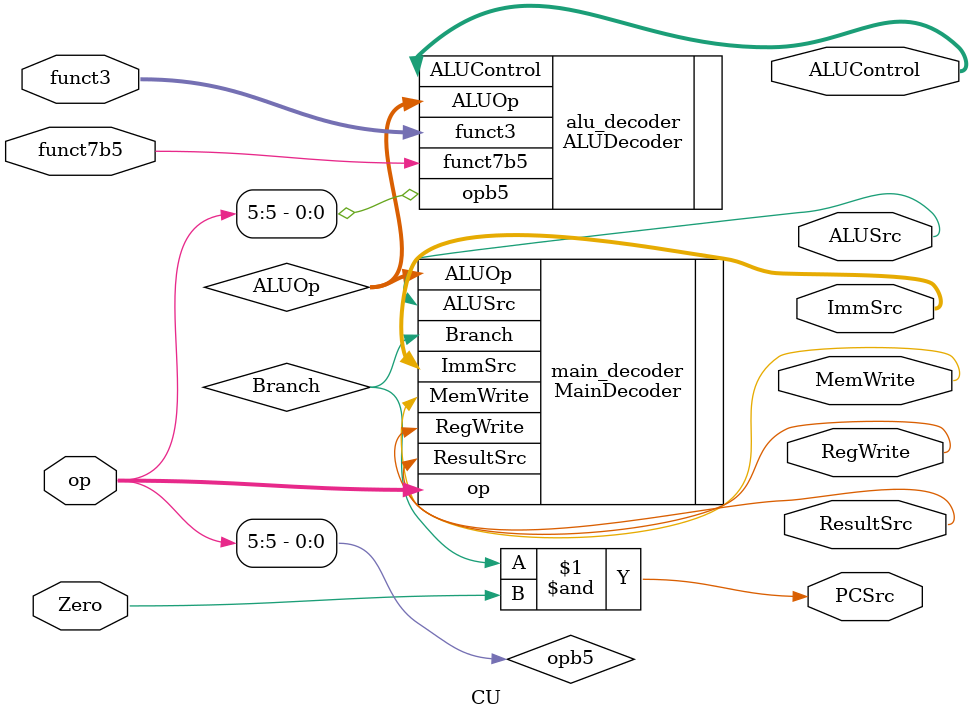
<source format=v>
`include "ALUDecoder.v"
`include "MainDecoder.v"

module CU (
    input  wire       Zero,
    input  wire [6:0] op,
    input  wire [2:0] funct3,
    input  wire       funct7b5,
    output wire       PCSrc,
    output wire       ResultSrc,
    output wire       MemWrite,
    output wire       ALUSrc,
    output wire [1:0] ImmSrc,
    output wire       RegWrite,
    output wire [2:0] ALUControl
);

    wire [1:0] ALUOp;
    wire       Branch;
    wire       opb5;

    assign opb5 = op[5];

    // Internal control signals from MainDecoder
    MainDecoder main_decoder (
        .op(op),
        .Branch(Branch),
        .ResultSrc(ResultSrc),
        .MemWrite(MemWrite),
        .ALUSrc(ALUSrc),
        .ImmSrc(ImmSrc),
        .RegWrite(RegWrite),
        .ALUOp(ALUOp)
    );

    // ALU control logic
    ALUDecoder alu_decoder (
        .ALUOp(ALUOp),
        .funct3(funct3),
        .opb5(opb5),
        .funct7b5(funct7b5),
        .ALUControl(ALUControl)
    );

    // Branch decision
    assign PCSrc = Branch & Zero;

endmodule

</source>
